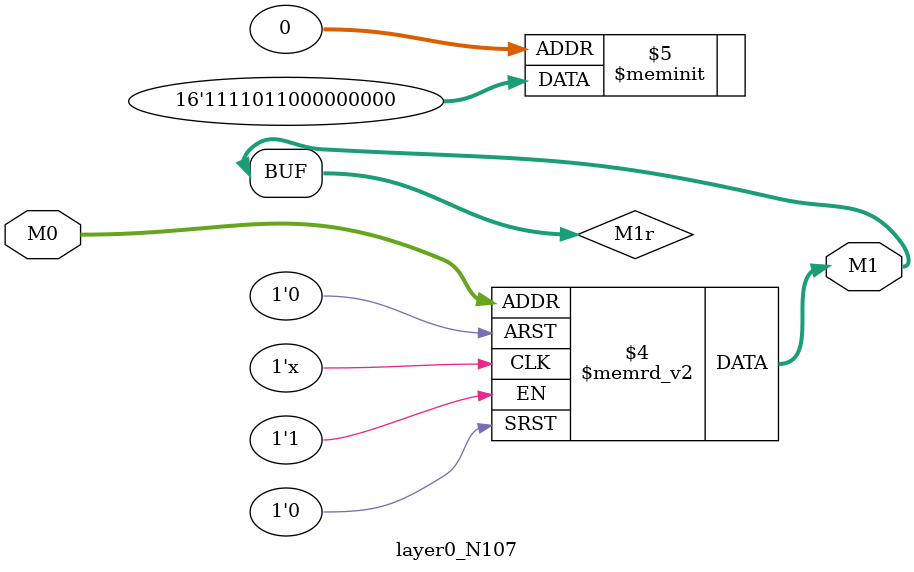
<source format=v>
module layer0_N107 ( input [2:0] M0, output [1:0] M1 );

	(*rom_style = "distributed" *) reg [1:0] M1r;
	assign M1 = M1r;
	always @ (M0) begin
		case (M0)
			3'b000: M1r = 2'b00;
			3'b100: M1r = 2'b10;
			3'b010: M1r = 2'b00;
			3'b110: M1r = 2'b11;
			3'b001: M1r = 2'b00;
			3'b101: M1r = 2'b01;
			3'b011: M1r = 2'b00;
			3'b111: M1r = 2'b11;

		endcase
	end
endmodule

</source>
